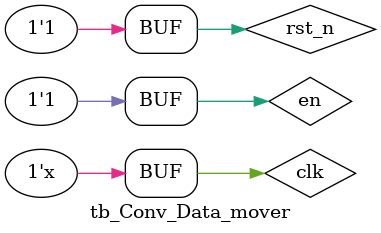
<source format=v>
module tb_Conv_Data_mover;

        parameter integer MEM0_DEPTH = 896;
        parameter integer MEM1_DEPTH = 896;
		parameter integer MEM0_ADDR_WIDTH = 10;
        parameter integer MEM1_ADDR_WIDTH = 10;
		parameter integer MEM0_DATA_WIDTH = 128;
        parameter integer MEM1_DATA_WIDTH = 128;
        parameter integer PE_SIZE = 16;
        parameter integer WEIGHT_ROW_NUM = 70;
        parameter integer WEIGHT_COL_NUM = 294;

        reg clk;
        reg rst_n;
        reg en;

        wire [MEM0_DATA_WIDTH-1:0] mem0_q0_i;
        wire [MEM1_DATA_WIDTH-1:0] mem1_q0_i;

        //wire  [MEM0_DATA_WIDTH-1:0] mem0_q0;
		wire [MEM0_ADDR_WIDTH-1:0] mem0_addr0;
		wire mem0_ce0;
		wire mem0_we0;

        //wire  [MEM1_DATA_WIDTH-1:0] mem1_q0;
		wire [MEM1_ADDR_WIDTH-1:0] mem1_addr0;
		wire mem1_ce0;
		wire mem1_we0;
        

        wire [MEM0_DATA_WIDTH-1:0] mem0_q0_o;
        wire mem0_q0_vaild;

        // GLB interface
        wire [MEM0_DATA_WIDTH-1:0] mem1_q0_o;
        wire wren_o;
        wire rden_o;


        always #5 clk = ~clk;
        initial begin
            clk = 0;
            rst_n = 0;
            en = 0;
            #30
            rst_n = 1;
            en = 1;
        end

Conv_Data_mover_v2 # (
        .MEM0_DEPTH(MEM0_DEPTH),
        .MEM1_DEPTH(MEM1_DEPTH),
		.MEM0_ADDR_WIDTH(MEM0_ADDR_WIDTH),
        .MEM1_ADDR_WIDTH(MEM1_ADDR_WIDTH),
		.MEM0_DATA_WIDTH(MEM0_DATA_WIDTH),
        .MEM1_DATA_WIDTH(MEM1_DATA_WIDTH),
        .PE_SIZE(PE_SIZE),
        .WEIGHT_ROW_NUM(WEIGHT_ROW_NUM),
        .WEIGHT_COL_NUM(WEIGHT_COL_NUM)
    ) DUT
    (
        .clk(clk),
        .rst_n(rst_n),
        .en(en),

        .mem0_q0_i(mem0_q0_i),
		.mem0_addr0(mem0_addr0),
		.mem0_ce0(mem0_ce0),
		.mem0_we0(mem0_we0),

        .mem1_q0_i(mem1_q0_i),
		.mem1_addr0(mem1_addr0),
		.mem1_ce0(mem1_ce0),
		.mem1_we0(mem1_we0),


        .mem0_q0_o(mem0_q0_o),
        .mem0_q0_vaild(mem0_q0_vaild),

        .mem1_q0_o(mem1_q0_o),
        .wren_o(wren_o),
        .rden_o(rden_o)
    );

    true_dpbram #(
        .DWIDTH(MEM0_DATA_WIDTH),
        .AWIDTH(MEM0_ADDR_WIDTH),
        .MEM_SIZE(MEM0_DEPTH)
    ) mem0 (
        /* Special Inputs */
        .clk(clk),

        /* input for port 0 */
        .addr0_i(mem0_addr0),
        .ce0_i(mem0_ce0),
        .we0_i(mem0_we0),
        .d0_i(),

        /* input for port 1 */
        .addr1_i(),
        .ce1_i(),
        .we1_i(),
        .d1_i(),

        /* output for port 0 */
        .q0_o(mem0_q0_i),

        /* output for port 1 */
        .q1_o()
    );

    true_dpbram #(
        .DWIDTH(MEM1_DATA_WIDTH),
        .AWIDTH(MEM1_ADDR_WIDTH),
        .MEM_SIZE(MEM1_DEPTH)
    ) mem1 (
        /* Special Inputs */
        .clk(clk),

        /* input for port 0 */
        .addr0_i(mem1_addr0),
        .ce0_i(mem1_ce0),
        .we0_i(mem1_we0),
        .d0_i(),

        /* input for port 1 */
        .addr1_i(),
        .ce1_i(),
        .we1_i(),
        .d1_i(),

        /* output for port 0 */
        .q0_o(mem1_q0_i),

        /* output for port 1 */
        .q1_o()
    );
    
endmodule
</source>
